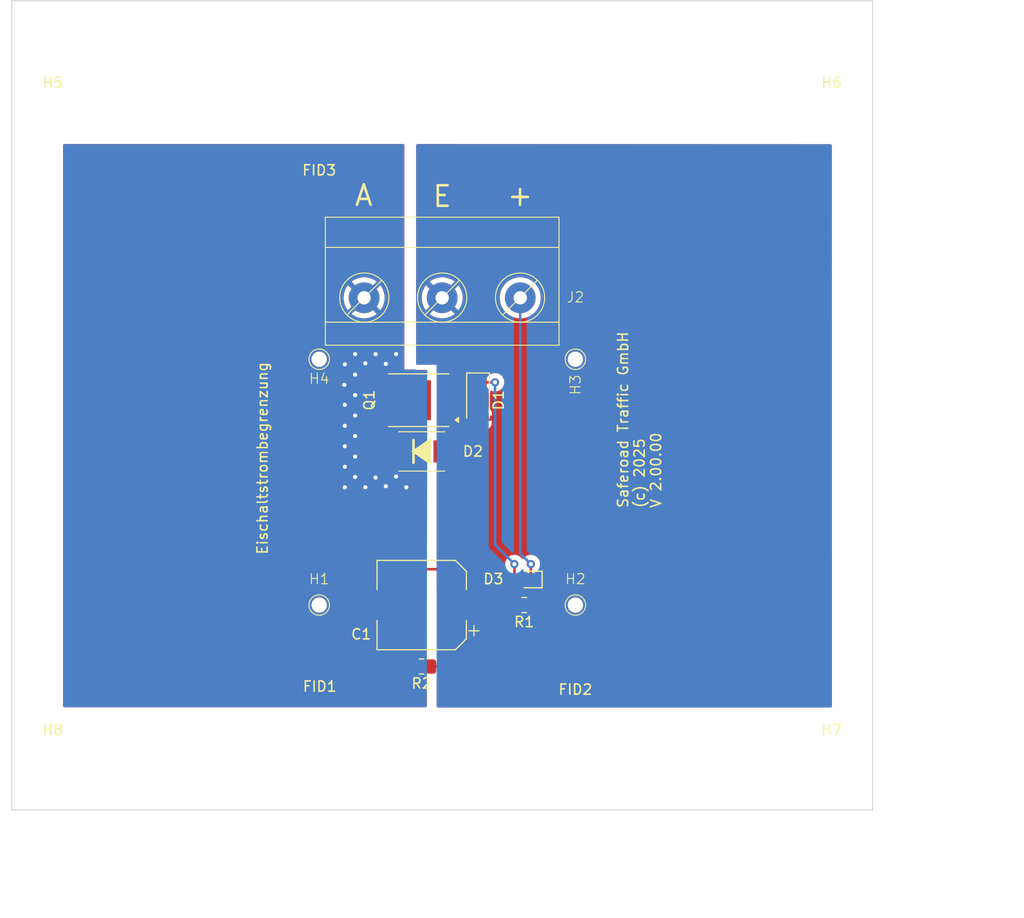
<source format=kicad_pcb>
(kicad_pcb (version 20240108) (generator "pcbnew") (generator_version "8.0")
  (layers (0 "F.Cu" signal) (31 "B.Cu" signal) (34 "B.Paste" user) (35 "F.Paste" user) (36 "B.SilkS" user "B.Silkscreen") (37 "F.SilkS" user "F.Silkscreen") (38 "B.Mask" user) (39 "F.Mask" user) (44 "Edge.Cuts" user))
  (net 0 "")
  (net 1 "Net-(D1-K)")
  (net 2 "GND")
  (net 3 "+24V")
  (net 4 "GND1")
  (footprint "Resistor_SMD:R_0805_2012Metric" (layer "F.Cu") (at 150 80 180)
    (property "Reference" "R1" (at 0 -1.65 0) (layer "F.SilkS"))
    (property "Value" "22k")
    (fp_line (start -0.227064 0.735) (end 0.227064 0.735) (stroke (width 0.12)) (layer "F.SilkS"))
    (fp_line (start -0.227064 -0.735) (end 0.227064 -0.735) (stroke (width 0.12)) (layer "F.SilkS"))
    (pad "1" smd roundrect (at -0.9125 0 180) (size 1.025 1.4) (layers "F.Cu" "F.Paste" "F.Mask") (roundrect_rratio 0.243902439) (net 3 "+24V"))
    (pad "2" smd roundrect (at 0.9125 0 180) (size 1.025 1.4) (layers "F.Cu" "F.Paste" "F.Mask") (roundrect_rratio 0.243902439) (net 1 "Net-(D1-K)"))
  )
  (footprint "myHoles:printer_mounting_holes_1mm" (layer "F.Cu") (at 155 56 90)
    (property "Reference" "H3" (at -2.5 0 90) (layer "F.SilkS") (effects (font (thickness 0.1))))
    (property "Value" "~")
    (fp_circle (center 0 0) (end 1 0) (stroke (width 0.1)) (fill none) (layer "F.SilkS"))
    (pad "" np_thru_hole circle (at 0 0 90) (size 1 1) (drill 1) (layers "F&B.Cu" "*.Mask"))
  )
  (footprint "myHoles:printer_mounting_holes_1mm" (layer "F.Cu") (at 130 80)
    (property "Reference" "H1" (at 0 -2.54 0) (layer "F.SilkS") (effects (font (thickness 0.1))))
    (property "Value" "~")
    (fp_circle (center 0 0) (end 1 0) (stroke (width 0.1)) (fill none) (layer "F.SilkS"))
    (pad "" np_thru_hole circle (at 0 0) (size 1 1) (drill 1) (layers "F&B.Cu" "*.Mask"))
  )
  (footprint "Fiducial:Fiducial_1mm_Mask3mm" (layer "F.Cu") (at 155 85)
    (property "Reference" "FID2" (at 0 3.25 0) (layer "F.SilkS"))
    (property "Value" "Fiducial")
    (pad "" smd circle (at 0 0) (size 1 1) (layers "F.Cu" "F.Mask") (clearance 1))
  )
  (footprint "myDiode:SODFL2512X73N" (layer "F.Cu") (at 150 77.5 180)
    (property "Reference" "D3" (at 3 0.05 0) (layer "F.SilkS"))
    (property "Value" "SS16M")
    (fp_line (start -1.75 0.81) (end 0 0.81) (stroke (width 0.127)) (layer "F.SilkS"))
    (fp_line (start -1.75 0.81) (end -1.75 -0.81) (stroke (width 0.127)) (layer "F.SilkS"))
    (fp_line (start -1.75 -0.81) (end 0 -0.81) (stroke (width 0.127)) (layer "F.SilkS"))
    (pad "1" smd rect (at -0.665 0 180) (size 1.79 0.98) (layers "F.Cu" "F.Paste" "F.Mask") (net 3 "+24V"))
    (pad "2" smd rect (at 1.015 0 180) (size 1.09 0.88) (layers "F.Cu" "F.Paste" "F.Mask") (net 1 "Net-(D1-K)"))
  )
  (footprint "MountingHole:MountingHole_3.2mm_M3_DIN965" (layer "F.Cu") (at 180 25)
    (property "Reference" "H6" (at 0 4 0) (layer "F.SilkS"))
    (property "Value" "MountingHole")
    (pad "" np_thru_hole circle (at 0 0) (size 3.2 3.2) (drill 3.2) (layers "*.Cu" "*.Mask"))
  )
  (footprint "myHoles:printer_mounting_holes_1mm" (layer "F.Cu") (at 155 80)
    (property "Reference" "H2" (at 0 -2.54 0) (layer "F.SilkS") (effects (font (thickness 0.1))))
    (property "Value" "~")
    (fp_circle (center 0 0) (end 1 0) (stroke (width 0.1)) (fill none) (layer "F.SilkS"))
    (pad "" np_thru_hole circle (at 0 0) (size 1 1) (drill 1) (layers "F&B.Cu" "*.Mask"))
  )
  (footprint "Capacitor_SMD:CP_Elec_8x10.5" (layer "F.Cu") (at 140 80 180)
    (property "Reference" "C1" (at 5.9 -2.85 0) (layer "F.SilkS"))
    (property "Value" "100µF")
    (fp_line (start 4.36 4.36) (end 4.36 1.51) (stroke (width 0.12)) (layer "F.SilkS"))
    (fp_line (start 4.36 -4.36) (end 4.36 -1.51) (stroke (width 0.12)) (layer "F.SilkS"))
    (fp_line (start -3.295563 4.36) (end 4.36 4.36) (stroke (width 0.12)) (layer "F.SilkS"))
    (fp_line (start -3.295563 -4.36) (end 4.36 -4.36) (stroke (width 0.12)) (layer "F.SilkS"))
    (fp_line (start -4.36 3.295563) (end -3.295563 4.36) (stroke (width 0.12)) (layer "F.SilkS"))
    (fp_line (start -4.36 3.295563) (end -4.36 1.51) (stroke (width 0.12)) (layer "F.SilkS"))
    (fp_line (start -4.36 -3.295563) (end -3.295563 -4.36) (stroke (width 0.12)) (layer "F.SilkS"))
    (fp_line (start -4.36 -3.295563) (end -4.36 -1.51) (stroke (width 0.12)) (layer "F.SilkS"))
    (fp_line (start -5.1 -3.01) (end -5.1 -2.01) (stroke (width 0.12)) (layer "F.SilkS"))
    (fp_line (start -5.6 -2.51) (end -4.6 -2.51) (stroke (width 0.12)) (layer "F.SilkS"))
    (pad "1" smd roundrect (at -3.7 0 180) (size 4.4 2.5) (layers "F.Cu" "F.Paste" "F.Mask") (roundrect_rratio 0.1) (net 1 "Net-(D1-K)"))
    (pad "2" smd roundrect (at 3.7 0 180) (size 4.4 2.5) (layers "F.Cu" "F.Paste" "F.Mask") (roundrect_rratio 0.1) (net 2 "GND"))
  )
  (footprint "MountingHole:MountingHole_3.2mm_M3_DIN965" (layer "F.Cu") (at 104 96)
    (property "Reference" "H8" (at 0 -3.8 0) (layer "F.SilkS"))
    (property "Value" "MountingHole")
    (pad "" np_thru_hole circle (at 0 0) (size 3.2 3.2) (drill 3.2) (layers "*.Cu" "*.Mask"))
  )
  (footprint "Diode_SMD:D_MiniMELF" (layer "F.Cu") (at 145.5 60 -90)
    (property "Reference" "D1" (at 0 -2 90) (layer "F.SilkS"))
    (property "Value" "BZV55B15")
    (fp_line (start -2.66 1.11) (end 1.75 1.11) (stroke (width 0.12)) (layer "F.SilkS"))
    (fp_line (start -2.66 -1.11) (end -2.66 1.11) (stroke (width 0.12)) (layer "F.SilkS"))
    (fp_line (start 1.75 -1.11) (end -2.66 -1.11) (stroke (width 0.12)) (layer "F.SilkS"))
    (pad "1" smd roundrect (at -1.75 0 270) (size 1.3 1.7) (layers "F.Cu" "F.Paste" "F.Mask") (roundrect_rratio 0.1923076923) (net 1 "Net-(D1-K)"))
    (pad "2" smd roundrect (at 1.75 0 270) (size 1.3 1.7) (layers "F.Cu" "F.Paste" "F.Mask") (roundrect_rratio 0.1923076923) (net 2 "GND"))
  )
  (footprint "Fiducial:Fiducial_1mm_Mask3mm" (layer "F.Cu") (at 130 85)
    (property "Reference" "FID1" (at 0.05 2.95 0) (layer "F.SilkS"))
    (property "Value" "Fiducial")
    (pad "" smd circle (at 0 0) (size 1 1) (layers "F.Cu" "F.Mask") (clearance 1))
  )
  (footprint "MountingHole:MountingHole_3.2mm_M3_DIN965" (layer "F.Cu") (at 180 96)
    (property "Reference" "H7" (at 0 -3.8 0) (layer "F.SilkS"))
    (property "Value" "MountingHole")
    (pad "" np_thru_hole circle (at 0 0) (size 3.2 3.2) (drill 3.2) (layers "*.Cu" "*.Mask"))
  )
  (footprint "myHoles:printer_mounting_holes_1mm" (layer "F.Cu") (at 130 56 -90)
    (property "Reference" "H4" (at 1.9 0 0) (layer "F.SilkS") (effects (font (thickness 0.1))))
    (property "Value" "~")
    (fp_circle (center 0 0) (end 1 0) (stroke (width 0.1)) (fill none) (layer "F.SilkS"))
    (pad "" np_thru_hole circle (at 0 0 270) (size 1 1) (drill 1) (layers "F&B.Cu" "*.Mask"))
  )
  (footprint "Package_SO:PowerPAK_SO-8_Single" (layer "F.Cu") (at 139.69 60 180)
    (property "Reference" "Q1" (at 4.805 0 90) (layer "F.SilkS"))
    (property "Value" "TPH3R10AQM")
    (fp_line (start -2.945 2.57) (end 2.945 2.57) (stroke (width 0.12)) (layer "F.SilkS"))
    (fp_line (start -2.945 -2.57) (end 2.945 -2.57) (stroke (width 0.12)) (layer "F.SilkS"))
    (fp_poly (pts (xy -3.575 -1.925) (xy -3.905 -2.165) (xy -3.905 -1.685) (xy -3.575 -1.925)) (stroke (width 0.12)) (fill solid) (layer "F.SilkS"))
    (pad "1" smd rect (at -2.67 -1.905 180) (size 1.27 0.61) (layers "F.Cu" "F.Paste" "F.Mask") (net 2 "GND"))
    (pad "2" smd rect (at -2.67 -0.635 180) (size 1.27 0.61) (layers "F.Cu" "F.Paste" "F.Mask") (net 2 "GND"))
    (pad "3" smd rect (at -2.67 0.635 180) (size 1.27 0.61) (layers "F.Cu" "F.Paste" "F.Mask") (net 2 "GND"))
    (pad "4" smd rect (at -2.67 1.905 180) (size 1.27 0.61) (layers "F.Cu" "F.Paste" "F.Mask") (net 1 "Net-(D1-K)"))
    (pad "5" smd rect (at 0.69 0 180) (size 3.81 3.91) (layers "F.Cu" "F.Paste" "F.Mask") (net 4 "GND1"))
    (pad "5" smd rect (at 2.795 -1.905 180) (size 1.02 0.61) (layers "F.Cu" "F.Paste" "F.Mask") (net 4 "GND1"))
    (pad "5" smd rect (at 2.795 -0.635 180) (size 1.02 0.61) (layers "F.Cu" "F.Paste" "F.Mask") (net 4 "GND1"))
    (pad "5" smd rect (at 2.795 0.635 180) (size 1.02 0.61) (layers "F.Cu" "F.Paste" "F.Mask") (net 4 "GND1"))
    (pad "5" smd rect (at 2.795 1.905 180) (size 1.02 0.61) (layers "F.Cu" "F.Paste" "F.Mask") (net 4 "GND1"))
  )
  (footprint "Resistor_SMD:R_0805_2012Metric" (layer "F.Cu") (at 139.99 86 180)
    (property "Reference" "R2" (at 0 -1.65 0) (layer "F.SilkS"))
    (property "Value" "22k")
    (fp_line (start -0.227064 0.735) (end 0.227064 0.735) (stroke (width 0.12)) (layer "F.SilkS"))
    (fp_line (start -0.227064 -0.735) (end 0.227064 -0.735) (stroke (width 0.12)) (layer "F.SilkS"))
    (pad "1" smd roundrect (at -0.9125 0 180) (size 1.025 1.4) (layers "F.Cu" "F.Paste" "F.Mask") (roundrect_rratio 0.243902439) (net 1 "Net-(D1-K)"))
    (pad "2" smd roundrect (at 0.9125 0 180) (size 1.025 1.4) (layers "F.Cu" "F.Paste" "F.Mask") (roundrect_rratio 0.243902439) (net 2 "GND"))
  )
  (footprint "MountingHole:MountingHole_3.2mm_M3_DIN965" (layer "F.Cu") (at 104 25)
    (property "Reference" "H5" (at 0 4 0) (layer "F.SilkS"))
    (property "Value" "MountingHole")
    (pad "" np_thru_hole circle (at 0 0) (size 3.2 3.2) (drill 3.2) (layers "*.Cu" "*.Mask"))
  )
  (footprint "greenMeter_v3:DIODE_SMBJ" (layer "F.Cu") (at 140 65)
    (property "Reference" "D2" (at 5 0 0) (layer "F.SilkS"))
    (property "Value" "SMBJ30A")
    (fp_line (start -2.24 -1.92) (end 2.24 -1.92) (stroke (width 0.1016)) (layer "F.SilkS"))
    (fp_line (start -0.8 -1.1) (end -0.8 1.1) (stroke (width 0.254)) (layer "F.SilkS"))
    (fp_line (start 2.24 1.92) (end -2.24 1.92) (stroke (width 0.1016)) (layer "F.SilkS"))
    (fp_poly (pts (xy 0.927 1.341431) (xy -1.024172 0) (xy 0.927 -1.341431)) (fill solid) (layer "F.SilkS"))
    (pad "A" smd rect (at 2.04 0 180) (size 1.78 2.16) (layers "F.Cu" "F.Paste" "F.Mask") (net 2 "GND"))
    (pad "C" smd rect (at -2.03 0) (size 1.78 2.16) (layers "F.Cu" "F.Paste" "F.Mask") (net 4 "GND1"))
  )
  (footprint "Fiducial:Fiducial_1mm_Mask3mm" (layer "F.Cu") (at 130 40)
    (property "Reference" "FID3" (at 0 -2.45 0) (layer "F.SilkS"))
    (property "Value" "Fiducial")
    (pad "" smd circle (at 0 0) (size 1 1) (layers "F.Cu" "F.Mask") (clearance 1))
  )
  (footprint "Library:MKDS 5  3-7,62" (layer "F.Cu") (at 142 50 180)
    (property "Reference" "J2" (at -13 0.05 0) (layer "F.SilkS") (effects (font (thickness 0.1))))
    (property "Value" "Conn_01x03")
    (fp_line (start 11.4 7.87) (end 11.4 -4.63) (stroke (width 0.1)) (layer "F.SilkS"))
    (fp_line (start 9.3 -1.68) (end 5.9 1.72) (stroke (width 0.1)) (layer "F.SilkS"))
    (fp_line (start 1.7 -1.68) (end -1.7 1.72) (stroke (width 0.1)) (layer "F.SilkS"))
    (fp_line (start -5.9 -1.68) (end -9.3 1.72) (stroke (width 0.1)) (layer "F.SilkS"))
    (fp_line (start -11.4 7.87) (end 11.4 7.87) (stroke (width 0.1)) (layer "F.SilkS"))
    (fp_line (start -11.4 4.92) (end 11.4 4.92) (stroke (width 0.1)) (layer "F.SilkS"))
    (fp_line (start -11.4 -2.38) (end 11.4 -2.38) (stroke (width 0.1)) (layer "F.SilkS"))
    (fp_line (start -11.4 -4.63) (end 11.4 -4.63) (stroke (width 0.1)) (layer "F.SilkS"))
    (fp_line (start -11.4 -4.63) (end -11.4 7.87) (stroke (width 0.1)) (layer "F.SilkS"))
    (fp_circle (center 7.6 0.02) (end 10 0.02) (stroke (width 0.1)) (fill none) (layer "F.SilkS"))
    (fp_circle (center 0 0.02) (end 2.4 0.02) (stroke (width 0.1)) (fill none) (layer "F.SilkS"))
    (fp_circle (center -7.6 0.02) (end -5.2 0.02) (stroke (width 0.1)) (fill none) (layer "F.SilkS"))
    (pad "1" thru_hole circle (at -7.62 0 180) (size 3 3) (drill 1.3) (layers "*.Cu" "*.Mask") (net 3 "+24V"))
    (pad "2" thru_hole circle (at 0 0 180) (size 3 3) (drill 1.3) (layers "*.Cu" "*.Mask") (net 2 "GND"))
    (pad "3" thru_hole circle (at 7.62 0 180) (size 3 3) (drill 1.3) (layers "*.Cu" "*.Mask") (net 4 "GND1"))
  )
  (gr_line (start 100 100) (end 100 21) (stroke (width 0.1)) (layer "Edge.Cuts"))
  (gr_line (start 184 100) (end 184 21) (stroke (width 0.1)) (layer "Edge.Cuts"))
  (gr_line (start 184 21) (end 100 21) (stroke (width 0.1)) (layer "Edge.Cuts"))
  (gr_line (start 184 100) (end 100 100) (stroke (width 0.1)) (layer "Edge.Cuts"))
  (gr_text "Eischaltstrombegrenzung" (at 125.05 75.15 90) (layer "F.SilkS") (effects (font (size 1 1)) (justify left bottom)))
  (gr_text "+" (at 149.6 40 0) (layer "F.SilkS") (effects (font (size 2 2) (thickness 0.25))))
  (gr_text "E" (at 142 40.1 0) (layer "F.SilkS") (effects (font (size 2 2) (thickness 0.25))))
  (gr_text "A" (at 134.35 40 0) (layer "F.SilkS") (effects (font (size 2 2) (thickness 0.25))))
  (gr_text "Saferoad Traffic GmbH\n(c) 2025\nV 2.00.00" (at 163.45 70.6 90) (layer "F.SilkS") (effects (font (size 1 1)) (justify left bottom)))
  (segment (start 143.7 80) (end 149.0875 80) (width 0.25) (layer "F.Cu") (net 1))
  (segment (start 143.66 85.75) (end 143.66 80.04) (width 0.25) (layer "F.Cu") (net 1))
  (segment (start 143.66 80.04) (end 143.7 80) (width 0.25) (layer "F.Cu") (net 1))
  (segment (start 143.41 86) (end 143.66 85.75) (width 0.25) (layer "F.Cu") (net 1))
  (segment (start 140.9025 86) (end 143.41 86) (width 0.25) (layer "F.Cu") (net 1))
  (segment (start 149.05 76) (end 149.05 76.705) (width 0.25) (layer "F.Cu") (net 1))
  (segment (start 142.435 58.095) (end 145.305 58.095) (width 0.25) (layer "F.Cu") (net 1))
  (segment (start 149.0475 79.96) (end 149.0875 80) (width 0.25) (layer "F.Cu") (net 1))
  (segment (start 149.05 76.705) (end 149.0475 76.7075) (width 0.25) (layer "F.Cu") (net 1))
  (segment (start 145.305 58.095) (end 145.46 58.25) (width 0.25) (layer "F.Cu") (net 1))
  (segment (start 147.16 58.25) (end 145.46 58.25) (width 0.25) (layer "F.Cu") (net 1))
  (segment (start 149.0475 76.7075) (end 149.0475 79.96) (width 0.25) (layer "F.Cu") (net 1))
  (via (at 149.05 76) (size 0.8) (drill 0.4) (layers "F.Cu" "B.Cu") (net 1))
  (via (at 147.16 58.25) (size 0.8) (drill 0.4) (layers "F.Cu" "B.Cu") (net 1))
  (segment (start 147.16 74.11) (end 147.16 58.25) (width 0.25) (layer "B.Cu") (net 1))
  (segment (start 149.05 76) (end 147.16 74.11) (width 0.25) (layer "B.Cu") (net 1))
  (segment (start 141.46 76.5) (end 139.76 76.5) (width 0.25) (layer "F.Cu") (net 2))
  (segment (start 139.76 76.5) (end 136.3 79.96) (width 0.25) (layer "F.Cu") (net 2))
  (segment (start 136.56 86) (end 139.0775 86) (width 0.25) (layer "F.Cu") (net 2))
  (segment (start 142 75.96) (end 141.46 76.5) (width 0.25) (layer "F.Cu") (net 2))
  (segment (start 136.3 85.74) (end 136.56 86) (width 0.25) (layer "F.Cu") (net 2))
  (segment (start 136.3 79.96) (end 136.3 85.74) (width 0.25) (layer "F.Cu") (net 2))
  (segment (start 142 65) (end 142 75.96) (width 0.25) (layer "F.Cu") (net 2))
  (segment (start 150.665 77.5) (end 150.665 79.7425) (width 0.25) (layer "F.Cu") (net 3))
  (segment (start 150.665 79.7425) (end 150.8725 79.95) (width 0.25) (layer "F.Cu") (net 3))
  (segment (start 150.65 77.485) (end 150.665 77.5) (width 0.25) (layer "F.Cu") (net 3))
  (segment (start 150.65 76) (end 150.65 77.485) (width 0.25) (layer "F.Cu") (net 3))
  (via (at 150.65 76) (size 0.8) (drill 0.4) (layers "F.Cu" "B.Cu") (net 3))
  (segment (start 149.62 74.97) (end 150.65 76) (width 0.25) (layer "B.Cu") (net 3))
  (segment (start 149.62 50) (end 149.62 74.97) (width 0.25) (layer "B.Cu") (net 3))
  (via (at 133.5 55.5) (size 0.8) (drill 0.4) (layers "F.Cu" "B.Cu") (net 4))
  (via (at 137.5 55.5) (size 0.8) (drill 0.4) (layers "F.Cu" "B.Cu") (net 4))
  (via (at 134.5 68.5) (size 0.8) (drill 0.4) (layers "F.Cu" "B.Cu") (net 4))
  (via (at 132.5 64.5) (size 0.8) (drill 0.4) (layers "F.Cu" "B.Cu") (net 4))
  (via (at 133.5 65.5) (size 0.8) (drill 0.4) (layers "F.Cu" "B.Cu") (net 4))
  (via (at 133.5 67.5) (size 0.8) (drill 0.4) (layers "F.Cu" "B.Cu") (net 4))
  (via (at 136.5 56.45) (size 0.8) (drill 0.4) (layers "F.Cu" "B.Cu") (net 4))
  (via (at 136.5 68.4) (size 0.8) (drill 0.4) (layers "F.Cu" "B.Cu") (net 4))
  (via (at 138.5 68.5) (size 0.8) (drill 0.4) (layers "F.Cu" "B.Cu") (net 4))
  (via (at 132.5 66.5) (size 0.8) (drill 0.4) (layers "F.Cu" "B.Cu") (net 4))
  (via (at 132.45 58.5) (size 0.8) (drill 0.4) (layers "F.Cu" "B.Cu") (net 4))
  (via (at 137.5 67.45) (size 0.8) (drill 0.4) (layers "F.Cu" "B.Cu") (net 4))
  (via (at 134.5 56.4) (size 0.8) (drill 0.4) (layers "F.Cu" "B.Cu") (net 4))
  (via (at 132.5 56.5) (size 0.8) (drill 0.4) (layers "F.Cu" "B.Cu") (net 4))
  (via (at 135.5 67.55) (size 0.8) (drill 0.4) (layers "F.Cu" "B.Cu") (net 4))
  (via (at 133.5 61.5) (size 0.8) (drill 0.4) (layers "F.Cu" "B.Cu") (net 4))
  (via (at 132.5 68.5) (size 0.8) (drill 0.4) (layers "F.Cu" "B.Cu") (net 4))
  (via (at 133.5 57.5) (size 0.8) (drill 0.4) (layers "F.Cu" "B.Cu") (net 4))
  (via (at 132.5 62.5) (size 0.8) (drill 0.4) (layers "F.Cu" "B.Cu") (net 4))
  (via (at 132.5 60.45) (size 0.8) (drill 0.4) (layers "F.Cu" "B.Cu") (net 4))
  (via (at 133.5 63.5) (size 0.8) (drill 0.4) (layers "F.Cu" "B.Cu") (net 4))
  (via (at 135.5 55.5) (size 0.8) (drill 0.4) (layers "F.Cu" "B.Cu") (net 4))
  (via (at 133.5 59.5) (size 0.8) (drill 0.4) (layers "F.Cu" "B.Cu") (net 4))
  (zone (net 4) (net_name "GND1") (layers "F&B.Cu") (connect_pads (clearance 0.5)) (min_thickness 0.25) (fill yes (thermal_gap 0.5) (thermal_bridge_width 0.5))
    (polygon (pts (xy 105.01 34.99) (xy 138.31 34.99) (xy 138.31 57) (xy 140.538066 57) (xy 140.501344 89.98) (xy 105.01 89.98)))
  )
  (zone (net 2) (net_name "GND") (layers "F&B.Cu") (priority 1) (connect_pads (clearance 0.5)) (min_thickness 0.25) (fill yes (thermal_gap 0.5) (thermal_bridge_width 0.5))
    (polygon (pts (xy 139.46 34.99) (xy 180.016244 35.005879) (xy 180.029993 90) (xy 141.46 90) (xy 141.46 65) (xy 141.454197 56.524197) (xy 139.46 56.55)))
  )
)
</source>
